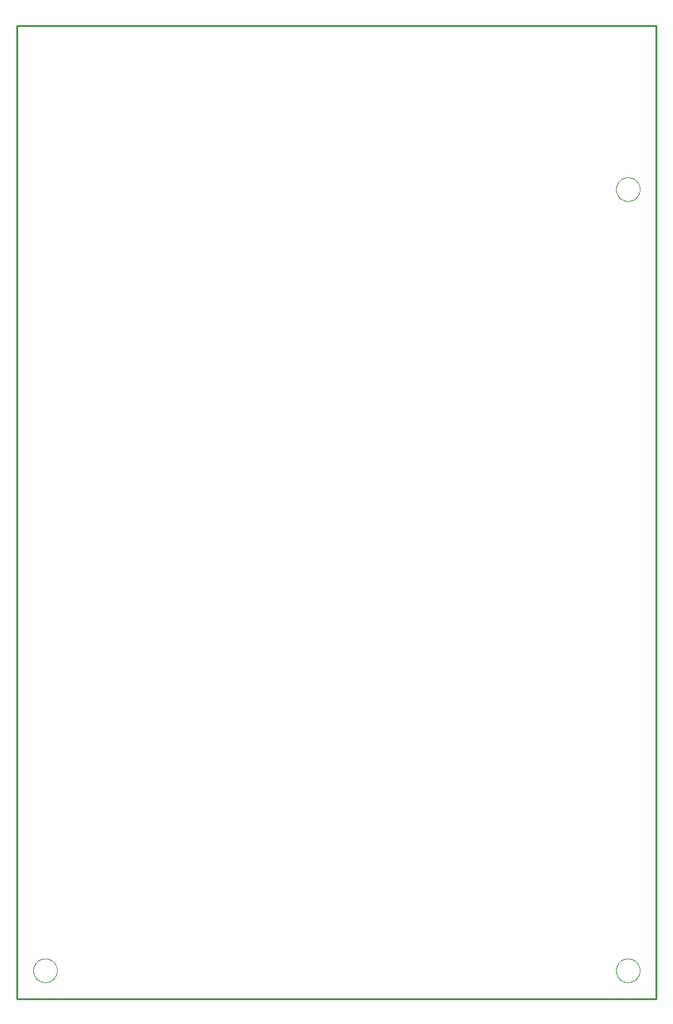
<source format=gko>
G75*
%MOIN*%
%OFA0B0*%
%FSLAX25Y25*%
%IPPOS*%
%LPD*%
%AMOC8*
5,1,8,0,0,1.08239X$1,22.5*
%
%ADD10C,0.01000*%
%ADD11C,0.00000*%
D10*
X0011752Y0001500D02*
X0011752Y0518500D01*
X0351752Y0518500D01*
X0351752Y0001500D01*
X0011752Y0001500D01*
D11*
X0020453Y0016500D02*
X0020455Y0016658D01*
X0020461Y0016816D01*
X0020471Y0016974D01*
X0020485Y0017132D01*
X0020503Y0017289D01*
X0020524Y0017446D01*
X0020550Y0017602D01*
X0020580Y0017758D01*
X0020613Y0017913D01*
X0020651Y0018066D01*
X0020692Y0018219D01*
X0020737Y0018371D01*
X0020786Y0018522D01*
X0020839Y0018671D01*
X0020895Y0018819D01*
X0020955Y0018965D01*
X0021019Y0019110D01*
X0021087Y0019253D01*
X0021158Y0019395D01*
X0021232Y0019535D01*
X0021310Y0019672D01*
X0021392Y0019808D01*
X0021476Y0019942D01*
X0021565Y0020073D01*
X0021656Y0020202D01*
X0021751Y0020329D01*
X0021848Y0020454D01*
X0021949Y0020576D01*
X0022053Y0020695D01*
X0022160Y0020812D01*
X0022270Y0020926D01*
X0022383Y0021037D01*
X0022498Y0021146D01*
X0022616Y0021251D01*
X0022737Y0021353D01*
X0022860Y0021453D01*
X0022986Y0021549D01*
X0023114Y0021642D01*
X0023244Y0021732D01*
X0023377Y0021818D01*
X0023512Y0021902D01*
X0023648Y0021981D01*
X0023787Y0022058D01*
X0023928Y0022130D01*
X0024070Y0022200D01*
X0024214Y0022265D01*
X0024360Y0022327D01*
X0024507Y0022385D01*
X0024656Y0022440D01*
X0024806Y0022491D01*
X0024957Y0022538D01*
X0025109Y0022581D01*
X0025262Y0022620D01*
X0025417Y0022656D01*
X0025572Y0022687D01*
X0025728Y0022715D01*
X0025884Y0022739D01*
X0026041Y0022759D01*
X0026199Y0022775D01*
X0026356Y0022787D01*
X0026515Y0022795D01*
X0026673Y0022799D01*
X0026831Y0022799D01*
X0026989Y0022795D01*
X0027148Y0022787D01*
X0027305Y0022775D01*
X0027463Y0022759D01*
X0027620Y0022739D01*
X0027776Y0022715D01*
X0027932Y0022687D01*
X0028087Y0022656D01*
X0028242Y0022620D01*
X0028395Y0022581D01*
X0028547Y0022538D01*
X0028698Y0022491D01*
X0028848Y0022440D01*
X0028997Y0022385D01*
X0029144Y0022327D01*
X0029290Y0022265D01*
X0029434Y0022200D01*
X0029576Y0022130D01*
X0029717Y0022058D01*
X0029856Y0021981D01*
X0029992Y0021902D01*
X0030127Y0021818D01*
X0030260Y0021732D01*
X0030390Y0021642D01*
X0030518Y0021549D01*
X0030644Y0021453D01*
X0030767Y0021353D01*
X0030888Y0021251D01*
X0031006Y0021146D01*
X0031121Y0021037D01*
X0031234Y0020926D01*
X0031344Y0020812D01*
X0031451Y0020695D01*
X0031555Y0020576D01*
X0031656Y0020454D01*
X0031753Y0020329D01*
X0031848Y0020202D01*
X0031939Y0020073D01*
X0032028Y0019942D01*
X0032112Y0019808D01*
X0032194Y0019672D01*
X0032272Y0019535D01*
X0032346Y0019395D01*
X0032417Y0019253D01*
X0032485Y0019110D01*
X0032549Y0018965D01*
X0032609Y0018819D01*
X0032665Y0018671D01*
X0032718Y0018522D01*
X0032767Y0018371D01*
X0032812Y0018219D01*
X0032853Y0018066D01*
X0032891Y0017913D01*
X0032924Y0017758D01*
X0032954Y0017602D01*
X0032980Y0017446D01*
X0033001Y0017289D01*
X0033019Y0017132D01*
X0033033Y0016974D01*
X0033043Y0016816D01*
X0033049Y0016658D01*
X0033051Y0016500D01*
X0033049Y0016342D01*
X0033043Y0016184D01*
X0033033Y0016026D01*
X0033019Y0015868D01*
X0033001Y0015711D01*
X0032980Y0015554D01*
X0032954Y0015398D01*
X0032924Y0015242D01*
X0032891Y0015087D01*
X0032853Y0014934D01*
X0032812Y0014781D01*
X0032767Y0014629D01*
X0032718Y0014478D01*
X0032665Y0014329D01*
X0032609Y0014181D01*
X0032549Y0014035D01*
X0032485Y0013890D01*
X0032417Y0013747D01*
X0032346Y0013605D01*
X0032272Y0013465D01*
X0032194Y0013328D01*
X0032112Y0013192D01*
X0032028Y0013058D01*
X0031939Y0012927D01*
X0031848Y0012798D01*
X0031753Y0012671D01*
X0031656Y0012546D01*
X0031555Y0012424D01*
X0031451Y0012305D01*
X0031344Y0012188D01*
X0031234Y0012074D01*
X0031121Y0011963D01*
X0031006Y0011854D01*
X0030888Y0011749D01*
X0030767Y0011647D01*
X0030644Y0011547D01*
X0030518Y0011451D01*
X0030390Y0011358D01*
X0030260Y0011268D01*
X0030127Y0011182D01*
X0029992Y0011098D01*
X0029856Y0011019D01*
X0029717Y0010942D01*
X0029576Y0010870D01*
X0029434Y0010800D01*
X0029290Y0010735D01*
X0029144Y0010673D01*
X0028997Y0010615D01*
X0028848Y0010560D01*
X0028698Y0010509D01*
X0028547Y0010462D01*
X0028395Y0010419D01*
X0028242Y0010380D01*
X0028087Y0010344D01*
X0027932Y0010313D01*
X0027776Y0010285D01*
X0027620Y0010261D01*
X0027463Y0010241D01*
X0027305Y0010225D01*
X0027148Y0010213D01*
X0026989Y0010205D01*
X0026831Y0010201D01*
X0026673Y0010201D01*
X0026515Y0010205D01*
X0026356Y0010213D01*
X0026199Y0010225D01*
X0026041Y0010241D01*
X0025884Y0010261D01*
X0025728Y0010285D01*
X0025572Y0010313D01*
X0025417Y0010344D01*
X0025262Y0010380D01*
X0025109Y0010419D01*
X0024957Y0010462D01*
X0024806Y0010509D01*
X0024656Y0010560D01*
X0024507Y0010615D01*
X0024360Y0010673D01*
X0024214Y0010735D01*
X0024070Y0010800D01*
X0023928Y0010870D01*
X0023787Y0010942D01*
X0023648Y0011019D01*
X0023512Y0011098D01*
X0023377Y0011182D01*
X0023244Y0011268D01*
X0023114Y0011358D01*
X0022986Y0011451D01*
X0022860Y0011547D01*
X0022737Y0011647D01*
X0022616Y0011749D01*
X0022498Y0011854D01*
X0022383Y0011963D01*
X0022270Y0012074D01*
X0022160Y0012188D01*
X0022053Y0012305D01*
X0021949Y0012424D01*
X0021848Y0012546D01*
X0021751Y0012671D01*
X0021656Y0012798D01*
X0021565Y0012927D01*
X0021476Y0013058D01*
X0021392Y0013192D01*
X0021310Y0013328D01*
X0021232Y0013465D01*
X0021158Y0013605D01*
X0021087Y0013747D01*
X0021019Y0013890D01*
X0020955Y0014035D01*
X0020895Y0014181D01*
X0020839Y0014329D01*
X0020786Y0014478D01*
X0020737Y0014629D01*
X0020692Y0014781D01*
X0020651Y0014934D01*
X0020613Y0015087D01*
X0020580Y0015242D01*
X0020550Y0015398D01*
X0020524Y0015554D01*
X0020503Y0015711D01*
X0020485Y0015868D01*
X0020471Y0016026D01*
X0020461Y0016184D01*
X0020455Y0016342D01*
X0020453Y0016500D01*
X0330453Y0016500D02*
X0330455Y0016658D01*
X0330461Y0016816D01*
X0330471Y0016974D01*
X0330485Y0017132D01*
X0330503Y0017289D01*
X0330524Y0017446D01*
X0330550Y0017602D01*
X0330580Y0017758D01*
X0330613Y0017913D01*
X0330651Y0018066D01*
X0330692Y0018219D01*
X0330737Y0018371D01*
X0330786Y0018522D01*
X0330839Y0018671D01*
X0330895Y0018819D01*
X0330955Y0018965D01*
X0331019Y0019110D01*
X0331087Y0019253D01*
X0331158Y0019395D01*
X0331232Y0019535D01*
X0331310Y0019672D01*
X0331392Y0019808D01*
X0331476Y0019942D01*
X0331565Y0020073D01*
X0331656Y0020202D01*
X0331751Y0020329D01*
X0331848Y0020454D01*
X0331949Y0020576D01*
X0332053Y0020695D01*
X0332160Y0020812D01*
X0332270Y0020926D01*
X0332383Y0021037D01*
X0332498Y0021146D01*
X0332616Y0021251D01*
X0332737Y0021353D01*
X0332860Y0021453D01*
X0332986Y0021549D01*
X0333114Y0021642D01*
X0333244Y0021732D01*
X0333377Y0021818D01*
X0333512Y0021902D01*
X0333648Y0021981D01*
X0333787Y0022058D01*
X0333928Y0022130D01*
X0334070Y0022200D01*
X0334214Y0022265D01*
X0334360Y0022327D01*
X0334507Y0022385D01*
X0334656Y0022440D01*
X0334806Y0022491D01*
X0334957Y0022538D01*
X0335109Y0022581D01*
X0335262Y0022620D01*
X0335417Y0022656D01*
X0335572Y0022687D01*
X0335728Y0022715D01*
X0335884Y0022739D01*
X0336041Y0022759D01*
X0336199Y0022775D01*
X0336356Y0022787D01*
X0336515Y0022795D01*
X0336673Y0022799D01*
X0336831Y0022799D01*
X0336989Y0022795D01*
X0337148Y0022787D01*
X0337305Y0022775D01*
X0337463Y0022759D01*
X0337620Y0022739D01*
X0337776Y0022715D01*
X0337932Y0022687D01*
X0338087Y0022656D01*
X0338242Y0022620D01*
X0338395Y0022581D01*
X0338547Y0022538D01*
X0338698Y0022491D01*
X0338848Y0022440D01*
X0338997Y0022385D01*
X0339144Y0022327D01*
X0339290Y0022265D01*
X0339434Y0022200D01*
X0339576Y0022130D01*
X0339717Y0022058D01*
X0339856Y0021981D01*
X0339992Y0021902D01*
X0340127Y0021818D01*
X0340260Y0021732D01*
X0340390Y0021642D01*
X0340518Y0021549D01*
X0340644Y0021453D01*
X0340767Y0021353D01*
X0340888Y0021251D01*
X0341006Y0021146D01*
X0341121Y0021037D01*
X0341234Y0020926D01*
X0341344Y0020812D01*
X0341451Y0020695D01*
X0341555Y0020576D01*
X0341656Y0020454D01*
X0341753Y0020329D01*
X0341848Y0020202D01*
X0341939Y0020073D01*
X0342028Y0019942D01*
X0342112Y0019808D01*
X0342194Y0019672D01*
X0342272Y0019535D01*
X0342346Y0019395D01*
X0342417Y0019253D01*
X0342485Y0019110D01*
X0342549Y0018965D01*
X0342609Y0018819D01*
X0342665Y0018671D01*
X0342718Y0018522D01*
X0342767Y0018371D01*
X0342812Y0018219D01*
X0342853Y0018066D01*
X0342891Y0017913D01*
X0342924Y0017758D01*
X0342954Y0017602D01*
X0342980Y0017446D01*
X0343001Y0017289D01*
X0343019Y0017132D01*
X0343033Y0016974D01*
X0343043Y0016816D01*
X0343049Y0016658D01*
X0343051Y0016500D01*
X0343049Y0016342D01*
X0343043Y0016184D01*
X0343033Y0016026D01*
X0343019Y0015868D01*
X0343001Y0015711D01*
X0342980Y0015554D01*
X0342954Y0015398D01*
X0342924Y0015242D01*
X0342891Y0015087D01*
X0342853Y0014934D01*
X0342812Y0014781D01*
X0342767Y0014629D01*
X0342718Y0014478D01*
X0342665Y0014329D01*
X0342609Y0014181D01*
X0342549Y0014035D01*
X0342485Y0013890D01*
X0342417Y0013747D01*
X0342346Y0013605D01*
X0342272Y0013465D01*
X0342194Y0013328D01*
X0342112Y0013192D01*
X0342028Y0013058D01*
X0341939Y0012927D01*
X0341848Y0012798D01*
X0341753Y0012671D01*
X0341656Y0012546D01*
X0341555Y0012424D01*
X0341451Y0012305D01*
X0341344Y0012188D01*
X0341234Y0012074D01*
X0341121Y0011963D01*
X0341006Y0011854D01*
X0340888Y0011749D01*
X0340767Y0011647D01*
X0340644Y0011547D01*
X0340518Y0011451D01*
X0340390Y0011358D01*
X0340260Y0011268D01*
X0340127Y0011182D01*
X0339992Y0011098D01*
X0339856Y0011019D01*
X0339717Y0010942D01*
X0339576Y0010870D01*
X0339434Y0010800D01*
X0339290Y0010735D01*
X0339144Y0010673D01*
X0338997Y0010615D01*
X0338848Y0010560D01*
X0338698Y0010509D01*
X0338547Y0010462D01*
X0338395Y0010419D01*
X0338242Y0010380D01*
X0338087Y0010344D01*
X0337932Y0010313D01*
X0337776Y0010285D01*
X0337620Y0010261D01*
X0337463Y0010241D01*
X0337305Y0010225D01*
X0337148Y0010213D01*
X0336989Y0010205D01*
X0336831Y0010201D01*
X0336673Y0010201D01*
X0336515Y0010205D01*
X0336356Y0010213D01*
X0336199Y0010225D01*
X0336041Y0010241D01*
X0335884Y0010261D01*
X0335728Y0010285D01*
X0335572Y0010313D01*
X0335417Y0010344D01*
X0335262Y0010380D01*
X0335109Y0010419D01*
X0334957Y0010462D01*
X0334806Y0010509D01*
X0334656Y0010560D01*
X0334507Y0010615D01*
X0334360Y0010673D01*
X0334214Y0010735D01*
X0334070Y0010800D01*
X0333928Y0010870D01*
X0333787Y0010942D01*
X0333648Y0011019D01*
X0333512Y0011098D01*
X0333377Y0011182D01*
X0333244Y0011268D01*
X0333114Y0011358D01*
X0332986Y0011451D01*
X0332860Y0011547D01*
X0332737Y0011647D01*
X0332616Y0011749D01*
X0332498Y0011854D01*
X0332383Y0011963D01*
X0332270Y0012074D01*
X0332160Y0012188D01*
X0332053Y0012305D01*
X0331949Y0012424D01*
X0331848Y0012546D01*
X0331751Y0012671D01*
X0331656Y0012798D01*
X0331565Y0012927D01*
X0331476Y0013058D01*
X0331392Y0013192D01*
X0331310Y0013328D01*
X0331232Y0013465D01*
X0331158Y0013605D01*
X0331087Y0013747D01*
X0331019Y0013890D01*
X0330955Y0014035D01*
X0330895Y0014181D01*
X0330839Y0014329D01*
X0330786Y0014478D01*
X0330737Y0014629D01*
X0330692Y0014781D01*
X0330651Y0014934D01*
X0330613Y0015087D01*
X0330580Y0015242D01*
X0330550Y0015398D01*
X0330524Y0015554D01*
X0330503Y0015711D01*
X0330485Y0015868D01*
X0330471Y0016026D01*
X0330461Y0016184D01*
X0330455Y0016342D01*
X0330453Y0016500D01*
X0330453Y0431500D02*
X0330455Y0431658D01*
X0330461Y0431816D01*
X0330471Y0431974D01*
X0330485Y0432132D01*
X0330503Y0432289D01*
X0330524Y0432446D01*
X0330550Y0432602D01*
X0330580Y0432758D01*
X0330613Y0432913D01*
X0330651Y0433066D01*
X0330692Y0433219D01*
X0330737Y0433371D01*
X0330786Y0433522D01*
X0330839Y0433671D01*
X0330895Y0433819D01*
X0330955Y0433965D01*
X0331019Y0434110D01*
X0331087Y0434253D01*
X0331158Y0434395D01*
X0331232Y0434535D01*
X0331310Y0434672D01*
X0331392Y0434808D01*
X0331476Y0434942D01*
X0331565Y0435073D01*
X0331656Y0435202D01*
X0331751Y0435329D01*
X0331848Y0435454D01*
X0331949Y0435576D01*
X0332053Y0435695D01*
X0332160Y0435812D01*
X0332270Y0435926D01*
X0332383Y0436037D01*
X0332498Y0436146D01*
X0332616Y0436251D01*
X0332737Y0436353D01*
X0332860Y0436453D01*
X0332986Y0436549D01*
X0333114Y0436642D01*
X0333244Y0436732D01*
X0333377Y0436818D01*
X0333512Y0436902D01*
X0333648Y0436981D01*
X0333787Y0437058D01*
X0333928Y0437130D01*
X0334070Y0437200D01*
X0334214Y0437265D01*
X0334360Y0437327D01*
X0334507Y0437385D01*
X0334656Y0437440D01*
X0334806Y0437491D01*
X0334957Y0437538D01*
X0335109Y0437581D01*
X0335262Y0437620D01*
X0335417Y0437656D01*
X0335572Y0437687D01*
X0335728Y0437715D01*
X0335884Y0437739D01*
X0336041Y0437759D01*
X0336199Y0437775D01*
X0336356Y0437787D01*
X0336515Y0437795D01*
X0336673Y0437799D01*
X0336831Y0437799D01*
X0336989Y0437795D01*
X0337148Y0437787D01*
X0337305Y0437775D01*
X0337463Y0437759D01*
X0337620Y0437739D01*
X0337776Y0437715D01*
X0337932Y0437687D01*
X0338087Y0437656D01*
X0338242Y0437620D01*
X0338395Y0437581D01*
X0338547Y0437538D01*
X0338698Y0437491D01*
X0338848Y0437440D01*
X0338997Y0437385D01*
X0339144Y0437327D01*
X0339290Y0437265D01*
X0339434Y0437200D01*
X0339576Y0437130D01*
X0339717Y0437058D01*
X0339856Y0436981D01*
X0339992Y0436902D01*
X0340127Y0436818D01*
X0340260Y0436732D01*
X0340390Y0436642D01*
X0340518Y0436549D01*
X0340644Y0436453D01*
X0340767Y0436353D01*
X0340888Y0436251D01*
X0341006Y0436146D01*
X0341121Y0436037D01*
X0341234Y0435926D01*
X0341344Y0435812D01*
X0341451Y0435695D01*
X0341555Y0435576D01*
X0341656Y0435454D01*
X0341753Y0435329D01*
X0341848Y0435202D01*
X0341939Y0435073D01*
X0342028Y0434942D01*
X0342112Y0434808D01*
X0342194Y0434672D01*
X0342272Y0434535D01*
X0342346Y0434395D01*
X0342417Y0434253D01*
X0342485Y0434110D01*
X0342549Y0433965D01*
X0342609Y0433819D01*
X0342665Y0433671D01*
X0342718Y0433522D01*
X0342767Y0433371D01*
X0342812Y0433219D01*
X0342853Y0433066D01*
X0342891Y0432913D01*
X0342924Y0432758D01*
X0342954Y0432602D01*
X0342980Y0432446D01*
X0343001Y0432289D01*
X0343019Y0432132D01*
X0343033Y0431974D01*
X0343043Y0431816D01*
X0343049Y0431658D01*
X0343051Y0431500D01*
X0343049Y0431342D01*
X0343043Y0431184D01*
X0343033Y0431026D01*
X0343019Y0430868D01*
X0343001Y0430711D01*
X0342980Y0430554D01*
X0342954Y0430398D01*
X0342924Y0430242D01*
X0342891Y0430087D01*
X0342853Y0429934D01*
X0342812Y0429781D01*
X0342767Y0429629D01*
X0342718Y0429478D01*
X0342665Y0429329D01*
X0342609Y0429181D01*
X0342549Y0429035D01*
X0342485Y0428890D01*
X0342417Y0428747D01*
X0342346Y0428605D01*
X0342272Y0428465D01*
X0342194Y0428328D01*
X0342112Y0428192D01*
X0342028Y0428058D01*
X0341939Y0427927D01*
X0341848Y0427798D01*
X0341753Y0427671D01*
X0341656Y0427546D01*
X0341555Y0427424D01*
X0341451Y0427305D01*
X0341344Y0427188D01*
X0341234Y0427074D01*
X0341121Y0426963D01*
X0341006Y0426854D01*
X0340888Y0426749D01*
X0340767Y0426647D01*
X0340644Y0426547D01*
X0340518Y0426451D01*
X0340390Y0426358D01*
X0340260Y0426268D01*
X0340127Y0426182D01*
X0339992Y0426098D01*
X0339856Y0426019D01*
X0339717Y0425942D01*
X0339576Y0425870D01*
X0339434Y0425800D01*
X0339290Y0425735D01*
X0339144Y0425673D01*
X0338997Y0425615D01*
X0338848Y0425560D01*
X0338698Y0425509D01*
X0338547Y0425462D01*
X0338395Y0425419D01*
X0338242Y0425380D01*
X0338087Y0425344D01*
X0337932Y0425313D01*
X0337776Y0425285D01*
X0337620Y0425261D01*
X0337463Y0425241D01*
X0337305Y0425225D01*
X0337148Y0425213D01*
X0336989Y0425205D01*
X0336831Y0425201D01*
X0336673Y0425201D01*
X0336515Y0425205D01*
X0336356Y0425213D01*
X0336199Y0425225D01*
X0336041Y0425241D01*
X0335884Y0425261D01*
X0335728Y0425285D01*
X0335572Y0425313D01*
X0335417Y0425344D01*
X0335262Y0425380D01*
X0335109Y0425419D01*
X0334957Y0425462D01*
X0334806Y0425509D01*
X0334656Y0425560D01*
X0334507Y0425615D01*
X0334360Y0425673D01*
X0334214Y0425735D01*
X0334070Y0425800D01*
X0333928Y0425870D01*
X0333787Y0425942D01*
X0333648Y0426019D01*
X0333512Y0426098D01*
X0333377Y0426182D01*
X0333244Y0426268D01*
X0333114Y0426358D01*
X0332986Y0426451D01*
X0332860Y0426547D01*
X0332737Y0426647D01*
X0332616Y0426749D01*
X0332498Y0426854D01*
X0332383Y0426963D01*
X0332270Y0427074D01*
X0332160Y0427188D01*
X0332053Y0427305D01*
X0331949Y0427424D01*
X0331848Y0427546D01*
X0331751Y0427671D01*
X0331656Y0427798D01*
X0331565Y0427927D01*
X0331476Y0428058D01*
X0331392Y0428192D01*
X0331310Y0428328D01*
X0331232Y0428465D01*
X0331158Y0428605D01*
X0331087Y0428747D01*
X0331019Y0428890D01*
X0330955Y0429035D01*
X0330895Y0429181D01*
X0330839Y0429329D01*
X0330786Y0429478D01*
X0330737Y0429629D01*
X0330692Y0429781D01*
X0330651Y0429934D01*
X0330613Y0430087D01*
X0330580Y0430242D01*
X0330550Y0430398D01*
X0330524Y0430554D01*
X0330503Y0430711D01*
X0330485Y0430868D01*
X0330471Y0431026D01*
X0330461Y0431184D01*
X0330455Y0431342D01*
X0330453Y0431500D01*
M02*

</source>
